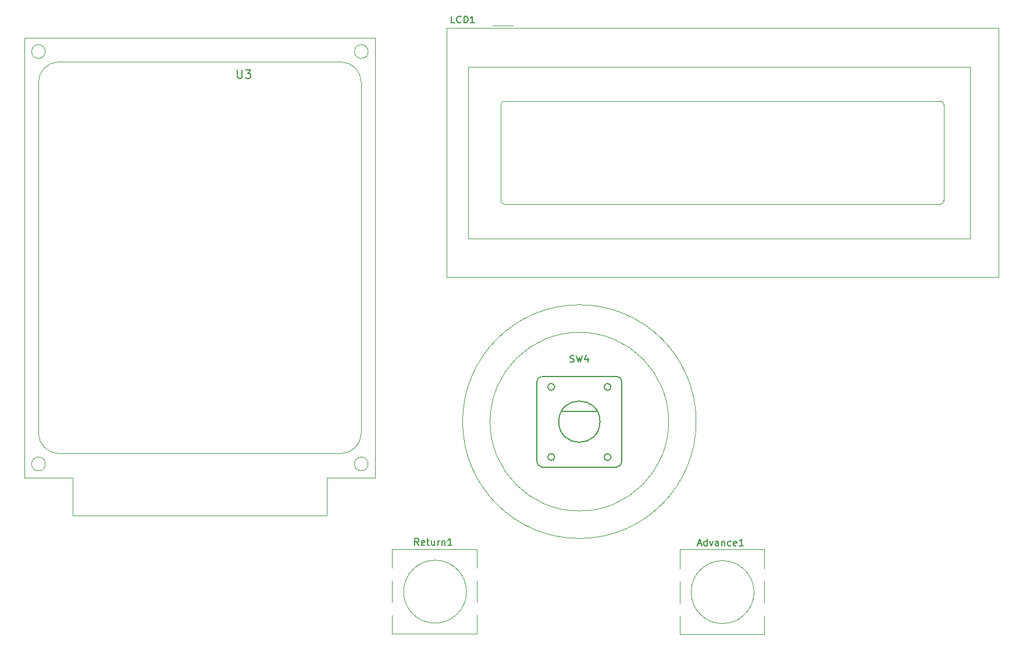
<source format=gbr>
G04 #@! TF.FileFunction,Legend,Top*
%FSLAX46Y46*%
G04 Gerber Fmt 4.6, Leading zero omitted, Abs format (unit mm)*
G04 Created by KiCad (PCBNEW 4.0.7) date 12/06/18 02:32:36*
%MOMM*%
%LPD*%
G01*
G04 APERTURE LIST*
%ADD10C,0.100000*%
%ADD11C,0.120000*%
%ADD12C,0.200000*%
%ADD13C,0.150000*%
G04 APERTURE END LIST*
D10*
D11*
X115987500Y-102014000D02*
X128287500Y-102014000D01*
X128287500Y-106594000D02*
X128287500Y-109734000D01*
X128287500Y-114314000D02*
X115987500Y-114314000D01*
X115987500Y-104734000D02*
X115987500Y-102014000D01*
X126816550Y-108204000D02*
G75*
G03X126816550Y-108204000I-4579050J0D01*
G01*
X115987500Y-114314000D02*
X115987500Y-111594000D01*
X115987500Y-109734000D02*
X115987500Y-106594000D01*
X128287500Y-111594000D02*
X128287500Y-114314000D01*
X128287500Y-102014000D02*
X128287500Y-104734000D01*
X74141000Y-101950500D02*
X86441000Y-101950500D01*
X86441000Y-106530500D02*
X86441000Y-109670500D01*
X86441000Y-114250500D02*
X74141000Y-114250500D01*
X74141000Y-104670500D02*
X74141000Y-101950500D01*
X84970050Y-108140500D02*
G75*
G03X84970050Y-108140500I-4579050J0D01*
G01*
X74141000Y-114250500D02*
X74141000Y-111530500D01*
X74141000Y-109670500D02*
X74141000Y-106530500D01*
X86441000Y-111530500D02*
X86441000Y-114250500D01*
X86441000Y-101950500D02*
X86441000Y-104670500D01*
D10*
X118400000Y-83400000D02*
G75*
G03X118400000Y-83400000I-17000000J0D01*
G01*
X114400000Y-83400000D02*
G75*
G03X114400000Y-83400000I-13000000J0D01*
G01*
D12*
X97800000Y-88550000D02*
G75*
G03X97800000Y-88550000I-500000J0D01*
G01*
X106000000Y-88550000D02*
G75*
G03X106000000Y-88550000I-500000J0D01*
G01*
X106000000Y-78350000D02*
G75*
G03X106000000Y-78350000I-500000J0D01*
G01*
X97800000Y-78350000D02*
G75*
G03X97800000Y-78350000I-500000J0D01*
G01*
X95200000Y-89200000D02*
X95200000Y-77600000D01*
X107600000Y-77600000D02*
X107600000Y-89200000D01*
X96000000Y-76800000D02*
X106800000Y-76800000D01*
X96000000Y-90000000D02*
X106800000Y-90000000D01*
X96000000Y-76800000D02*
G75*
G03X95200000Y-77600000I0J-800000D01*
G01*
X95200000Y-89200000D02*
G75*
G03X96000000Y-90000000I800000J0D01*
G01*
X106800000Y-90000000D02*
G75*
G03X107600000Y-89200000I0J800000D01*
G01*
X107600000Y-77600000D02*
G75*
G03X106800000Y-76800000I-800000J0D01*
G01*
X98800000Y-81900000D02*
X104000000Y-81900000D01*
X104400000Y-83400000D02*
G75*
G03X104400000Y-83400000I-3000000J0D01*
G01*
D10*
X69650000Y-34050000D02*
X69650000Y-84050000D01*
X69650000Y-34050000D02*
G75*
G03X66650000Y-31050000I-3000000J0D01*
G01*
X25650000Y-31050000D02*
X66650000Y-31050000D01*
X25650000Y-31050000D02*
G75*
G03X22650000Y-34050000I0J-3000000D01*
G01*
X22650000Y-85050000D02*
X22650000Y-34050000D01*
X22650000Y-85050000D02*
G75*
G03X25650000Y-88050000I3000000J0D01*
G01*
X35650000Y-88050000D02*
X25650000Y-88050000D01*
X66650000Y-88050000D02*
G75*
G03X69650000Y-85050000I0J3000000D01*
G01*
X66650000Y-88050000D02*
X35650000Y-88050000D01*
X35650000Y-88050000D02*
X36650000Y-88050000D01*
X69650000Y-85050000D02*
X69650000Y-80050000D01*
X23650000Y-29550000D02*
G75*
G03X23650000Y-29550000I-1000000J0D01*
G01*
X23650000Y-89550000D02*
G75*
G03X23650000Y-89550000I-1000000J0D01*
G01*
X70650000Y-89550000D02*
G75*
G03X70650000Y-89550000I-1000000J0D01*
G01*
X70650000Y-29550000D02*
G75*
G03X70650000Y-29550000I-1000000J0D01*
G01*
X46150000Y-97050000D02*
X64650000Y-97050000D01*
X64650000Y-97050000D02*
X64650000Y-91550000D01*
X64650000Y-91550000D02*
X71650000Y-91550000D01*
X71650000Y-91550000D02*
X71650000Y-27550000D01*
X71650000Y-27550000D02*
X20650000Y-27550000D01*
X20650000Y-27550000D02*
X20650000Y-91550000D01*
X20650000Y-91550000D02*
X27650000Y-91550000D01*
X46150000Y-97050000D02*
X27650000Y-97050000D01*
X27650000Y-97050000D02*
X27650000Y-91550000D01*
D11*
X82110000Y-62390000D02*
X162390000Y-62390000D01*
X162390000Y-62390000D02*
X162390000Y-26110000D01*
X162390000Y-26110000D02*
X82910000Y-26110000D01*
X82110000Y-26110000D02*
X82110000Y-62390000D01*
X82120000Y-26110000D02*
X82910000Y-26110000D01*
X88750000Y-25750000D02*
X91750000Y-25750000D01*
X90450000Y-36750000D02*
X153950000Y-36750000D01*
X89950280Y-51249320D02*
X89950280Y-37250000D01*
X153950660Y-51750000D02*
X90450000Y-51750000D01*
X154450000Y-37250000D02*
X154450000Y-51250000D01*
X154450000Y-37250000D02*
G75*
G03X153950000Y-36750000I-500000J0D01*
G01*
X153950660Y-51749700D02*
G75*
G03X154451040Y-51249320I0J500380D01*
G01*
X89950280Y-51249320D02*
G75*
G03X90450660Y-51749700I500380J0D01*
G01*
X90450660Y-36748460D02*
G75*
G03X89950280Y-37248840I0J-500380D01*
G01*
X85250000Y-31750000D02*
X158250000Y-31750000D01*
X158250000Y-31750000D02*
X158250000Y-56750000D01*
X158250000Y-56750000D02*
X85250000Y-56750000D01*
X85250000Y-56750000D02*
X85250000Y-31750000D01*
D13*
X118657976Y-101170667D02*
X119134167Y-101170667D01*
X118562738Y-101456381D02*
X118896071Y-100456381D01*
X119229405Y-101456381D01*
X119991310Y-101456381D02*
X119991310Y-100456381D01*
X119991310Y-101408762D02*
X119896072Y-101456381D01*
X119705595Y-101456381D01*
X119610357Y-101408762D01*
X119562738Y-101361143D01*
X119515119Y-101265905D01*
X119515119Y-100980190D01*
X119562738Y-100884952D01*
X119610357Y-100837333D01*
X119705595Y-100789714D01*
X119896072Y-100789714D01*
X119991310Y-100837333D01*
X120372262Y-100789714D02*
X120610357Y-101456381D01*
X120848453Y-100789714D01*
X121657977Y-101456381D02*
X121657977Y-100932571D01*
X121610358Y-100837333D01*
X121515120Y-100789714D01*
X121324643Y-100789714D01*
X121229405Y-100837333D01*
X121657977Y-101408762D02*
X121562739Y-101456381D01*
X121324643Y-101456381D01*
X121229405Y-101408762D01*
X121181786Y-101313524D01*
X121181786Y-101218286D01*
X121229405Y-101123048D01*
X121324643Y-101075429D01*
X121562739Y-101075429D01*
X121657977Y-101027810D01*
X122134167Y-100789714D02*
X122134167Y-101456381D01*
X122134167Y-100884952D02*
X122181786Y-100837333D01*
X122277024Y-100789714D01*
X122419882Y-100789714D01*
X122515120Y-100837333D01*
X122562739Y-100932571D01*
X122562739Y-101456381D01*
X123467501Y-101408762D02*
X123372263Y-101456381D01*
X123181786Y-101456381D01*
X123086548Y-101408762D01*
X123038929Y-101361143D01*
X122991310Y-101265905D01*
X122991310Y-100980190D01*
X123038929Y-100884952D01*
X123086548Y-100837333D01*
X123181786Y-100789714D01*
X123372263Y-100789714D01*
X123467501Y-100837333D01*
X124277025Y-101408762D02*
X124181787Y-101456381D01*
X123991310Y-101456381D01*
X123896072Y-101408762D01*
X123848453Y-101313524D01*
X123848453Y-100932571D01*
X123896072Y-100837333D01*
X123991310Y-100789714D01*
X124181787Y-100789714D01*
X124277025Y-100837333D01*
X124324644Y-100932571D01*
X124324644Y-101027810D01*
X123848453Y-101123048D01*
X125277025Y-101456381D02*
X124705596Y-101456381D01*
X124991310Y-101456381D02*
X124991310Y-100456381D01*
X124896072Y-100599238D01*
X124800834Y-100694476D01*
X124705596Y-100742095D01*
X78025762Y-101392881D02*
X77692428Y-100916690D01*
X77454333Y-101392881D02*
X77454333Y-100392881D01*
X77835286Y-100392881D01*
X77930524Y-100440500D01*
X77978143Y-100488119D01*
X78025762Y-100583357D01*
X78025762Y-100726214D01*
X77978143Y-100821452D01*
X77930524Y-100869071D01*
X77835286Y-100916690D01*
X77454333Y-100916690D01*
X78835286Y-101345262D02*
X78740048Y-101392881D01*
X78549571Y-101392881D01*
X78454333Y-101345262D01*
X78406714Y-101250024D01*
X78406714Y-100869071D01*
X78454333Y-100773833D01*
X78549571Y-100726214D01*
X78740048Y-100726214D01*
X78835286Y-100773833D01*
X78882905Y-100869071D01*
X78882905Y-100964310D01*
X78406714Y-101059548D01*
X79168619Y-100726214D02*
X79549571Y-100726214D01*
X79311476Y-100392881D02*
X79311476Y-101250024D01*
X79359095Y-101345262D01*
X79454333Y-101392881D01*
X79549571Y-101392881D01*
X80311477Y-100726214D02*
X80311477Y-101392881D01*
X79882905Y-100726214D02*
X79882905Y-101250024D01*
X79930524Y-101345262D01*
X80025762Y-101392881D01*
X80168620Y-101392881D01*
X80263858Y-101345262D01*
X80311477Y-101297643D01*
X80787667Y-101392881D02*
X80787667Y-100726214D01*
X80787667Y-100916690D02*
X80835286Y-100821452D01*
X80882905Y-100773833D01*
X80978143Y-100726214D01*
X81073382Y-100726214D01*
X81406715Y-100726214D02*
X81406715Y-101392881D01*
X81406715Y-100821452D02*
X81454334Y-100773833D01*
X81549572Y-100726214D01*
X81692430Y-100726214D01*
X81787668Y-100773833D01*
X81835287Y-100869071D01*
X81835287Y-101392881D01*
X82835287Y-101392881D02*
X82263858Y-101392881D01*
X82549572Y-101392881D02*
X82549572Y-100392881D01*
X82454334Y-100535738D01*
X82359096Y-100630976D01*
X82263858Y-100678595D01*
D12*
X100066667Y-74704762D02*
X100209524Y-74752381D01*
X100447620Y-74752381D01*
X100542858Y-74704762D01*
X100590477Y-74657143D01*
X100638096Y-74561905D01*
X100638096Y-74466667D01*
X100590477Y-74371429D01*
X100542858Y-74323810D01*
X100447620Y-74276190D01*
X100257143Y-74228571D01*
X100161905Y-74180952D01*
X100114286Y-74133333D01*
X100066667Y-74038095D01*
X100066667Y-73942857D01*
X100114286Y-73847619D01*
X100161905Y-73800000D01*
X100257143Y-73752381D01*
X100495239Y-73752381D01*
X100638096Y-73800000D01*
X100971429Y-73752381D02*
X101209524Y-74752381D01*
X101400001Y-74038095D01*
X101590477Y-74752381D01*
X101828572Y-73752381D01*
X102638096Y-74085714D02*
X102638096Y-74752381D01*
X102400000Y-73704762D02*
X102161905Y-74419048D01*
X102780953Y-74419048D01*
D13*
X51625714Y-32242857D02*
X51625714Y-33214286D01*
X51682857Y-33328571D01*
X51740000Y-33385714D01*
X51854286Y-33442857D01*
X52082857Y-33442857D01*
X52197143Y-33385714D01*
X52254286Y-33328571D01*
X52311429Y-33214286D01*
X52311429Y-32242857D01*
X52768572Y-32242857D02*
X53511429Y-32242857D01*
X53111429Y-32700000D01*
X53282857Y-32700000D01*
X53397143Y-32757143D01*
X53454286Y-32814286D01*
X53511429Y-32928571D01*
X53511429Y-33214286D01*
X53454286Y-33328571D01*
X53397143Y-33385714D01*
X53282857Y-33442857D01*
X52940000Y-33442857D01*
X52825714Y-33385714D01*
X52768572Y-33328571D01*
X83263334Y-25392381D02*
X82787143Y-25392381D01*
X82787143Y-24392381D01*
X84168096Y-25297143D02*
X84120477Y-25344762D01*
X83977620Y-25392381D01*
X83882382Y-25392381D01*
X83739524Y-25344762D01*
X83644286Y-25249524D01*
X83596667Y-25154286D01*
X83549048Y-24963810D01*
X83549048Y-24820952D01*
X83596667Y-24630476D01*
X83644286Y-24535238D01*
X83739524Y-24440000D01*
X83882382Y-24392381D01*
X83977620Y-24392381D01*
X84120477Y-24440000D01*
X84168096Y-24487619D01*
X84596667Y-25392381D02*
X84596667Y-24392381D01*
X84834762Y-24392381D01*
X84977620Y-24440000D01*
X85072858Y-24535238D01*
X85120477Y-24630476D01*
X85168096Y-24820952D01*
X85168096Y-24963810D01*
X85120477Y-25154286D01*
X85072858Y-25249524D01*
X84977620Y-25344762D01*
X84834762Y-25392381D01*
X84596667Y-25392381D01*
X86120477Y-25392381D02*
X85549048Y-25392381D01*
X85834762Y-25392381D02*
X85834762Y-24392381D01*
X85739524Y-24535238D01*
X85644286Y-24630476D01*
X85549048Y-24678095D01*
M02*

</source>
